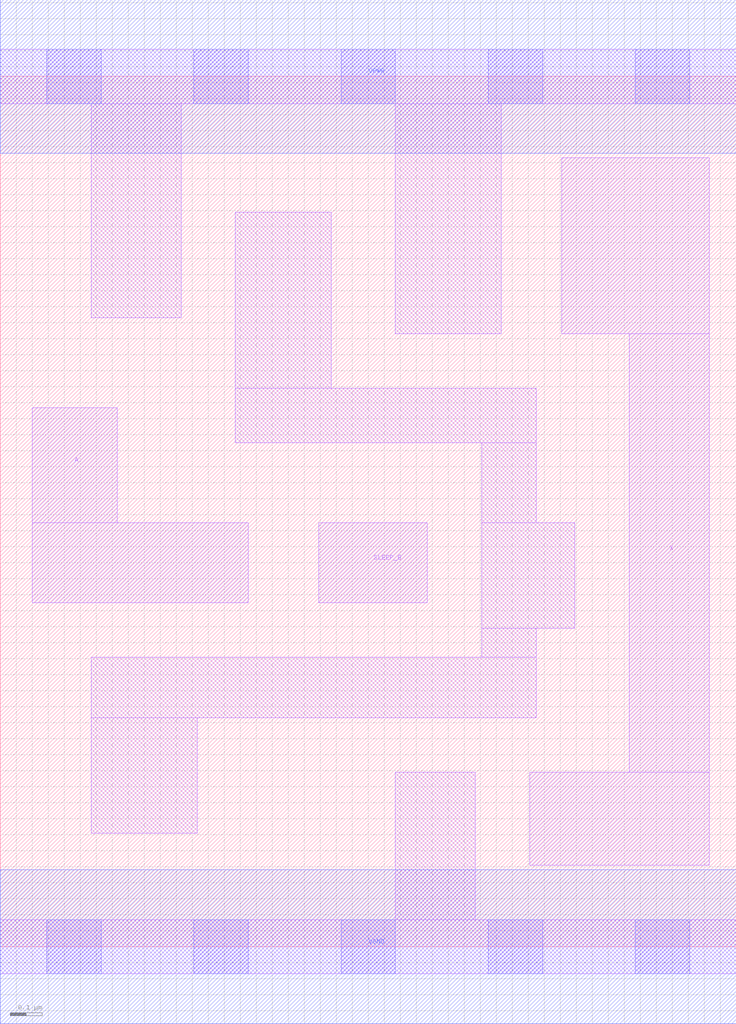
<source format=lef>
# Copyright 2020 The SkyWater PDK Authors
#
# Licensed under the Apache License, Version 2.0 (the "License");
# you may not use this file except in compliance with the License.
# You may obtain a copy of the License at
#
#     https://www.apache.org/licenses/LICENSE-2.0
#
# Unless required by applicable law or agreed to in writing, software
# distributed under the License is distributed on an "AS IS" BASIS,
# WITHOUT WARRANTIES OR CONDITIONS OF ANY KIND, either express or implied.
# See the License for the specific language governing permissions and
# limitations under the License.
#
# SPDX-License-Identifier: Apache-2.0

VERSION 5.7 ;
  NAMESCASESENSITIVE ON ;
  NOWIREEXTENSIONATPIN ON ;
  DIVIDERCHAR "/" ;
  BUSBITCHARS "[]" ;
UNITS
  DATABASE MICRONS 200 ;
END UNITS
MACRO sky130_fd_sc_hd__lpflow_inputiso0n_1
  CLASS CORE ;
  SOURCE USER ;
  FOREIGN sky130_fd_sc_hd__lpflow_inputiso0n_1 ;
  ORIGIN  0.000000  0.000000 ;
  SIZE  2.300000 BY  2.720000 ;
  SYMMETRY X Y R90 ;
  SITE unithd ;
  PIN A
    ANTENNAGATEAREA  0.126000 ;
    DIRECTION INPUT ;
    USE SIGNAL ;
    PORT
      LAYER li1 ;
        RECT 0.100000 1.075000 0.775000 1.325000 ;
        RECT 0.100000 1.325000 0.365000 1.685000 ;
    END
  END A
  PIN SLEEP_B
    ANTENNAGATEAREA  0.126000 ;
    DIRECTION INPUT ;
    USE SIGNAL ;
    PORT
      LAYER li1 ;
        RECT 0.995000 1.075000 1.335000 1.325000 ;
    END
  END SLEEP_B
  PIN X
    ANTENNADIFFAREA  0.657000 ;
    DIRECTION OUTPUT ;
    USE SIGNAL ;
    PORT
      LAYER li1 ;
        RECT 1.655000 0.255000 2.215000 0.545000 ;
        RECT 1.755000 1.915000 2.215000 2.465000 ;
        RECT 1.965000 0.545000 2.215000 1.915000 ;
    END
  END X
  PIN VGND
    DIRECTION INOUT ;
    SHAPE ABUTMENT ;
    USE GROUND ;
    PORT
      LAYER met1 ;
        RECT 0.000000 -0.240000 2.300000 0.240000 ;
    END
  END VGND
  PIN VPWR
    DIRECTION INOUT ;
    SHAPE ABUTMENT ;
    USE POWER ;
    PORT
      LAYER met1 ;
        RECT 0.000000 2.480000 2.300000 2.960000 ;
    END
  END VPWR
  OBS
    LAYER li1 ;
      RECT 0.000000 -0.085000 2.300000 0.085000 ;
      RECT 0.000000  2.635000 2.300000 2.805000 ;
      RECT 0.285000  0.355000 0.615000 0.715000 ;
      RECT 0.285000  0.715000 1.675000 0.905000 ;
      RECT 0.285000  1.965000 0.565000 2.635000 ;
      RECT 0.735000  1.575000 1.675000 1.745000 ;
      RECT 0.735000  1.745000 1.035000 2.295000 ;
      RECT 1.235000  0.085000 1.485000 0.545000 ;
      RECT 1.235000  1.915000 1.565000 2.635000 ;
      RECT 1.505000  0.905000 1.675000 0.995000 ;
      RECT 1.505000  0.995000 1.795000 1.325000 ;
      RECT 1.505000  1.325000 1.675000 1.575000 ;
    LAYER mcon ;
      RECT 0.145000 -0.085000 0.315000 0.085000 ;
      RECT 0.145000  2.635000 0.315000 2.805000 ;
      RECT 0.605000 -0.085000 0.775000 0.085000 ;
      RECT 0.605000  2.635000 0.775000 2.805000 ;
      RECT 1.065000 -0.085000 1.235000 0.085000 ;
      RECT 1.065000  2.635000 1.235000 2.805000 ;
      RECT 1.525000 -0.085000 1.695000 0.085000 ;
      RECT 1.525000  2.635000 1.695000 2.805000 ;
      RECT 1.985000 -0.085000 2.155000 0.085000 ;
      RECT 1.985000  2.635000 2.155000 2.805000 ;
  END
END sky130_fd_sc_hd__lpflow_inputiso0n_1
END LIBRARY

</source>
